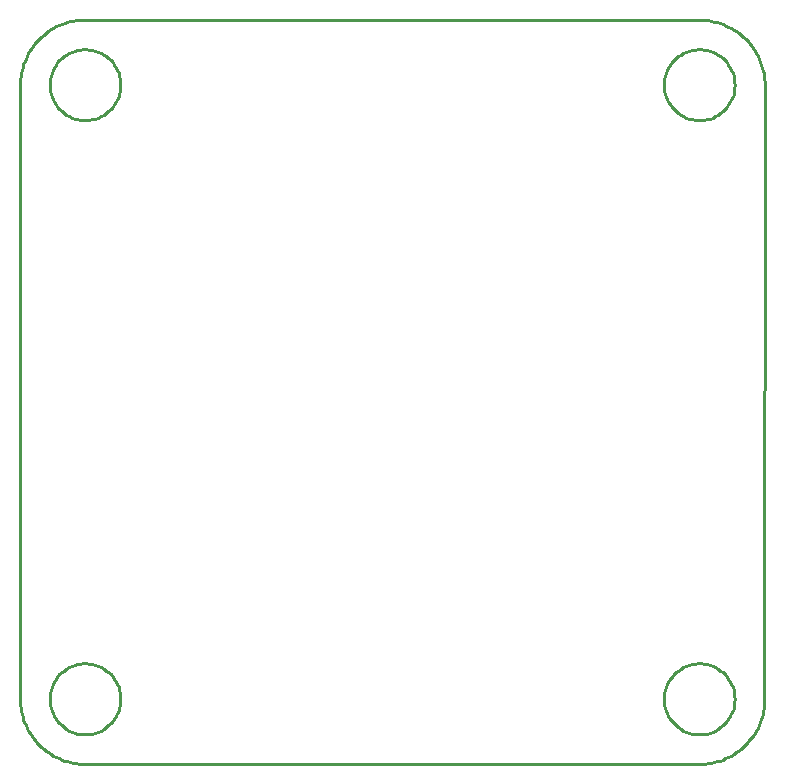
<source format=gm1>
%FSTAX23Y23*%
%MOIN*%
%SFA1B1*%

%IPPOS*%
%ADD13C,0.010000*%
%LNswimmingpool-1*%
%LPD*%
G54D13*
X05213Y03082D02*
X05212Y03092D01*
X05211Y03102*
X05209Y03112*
X05206Y03121*
X05202Y0313*
X05198Y03139*
X05192Y03148*
X05186Y03156*
X0518Y03163*
X05173Y0317*
X05165Y03177*
X05156Y03182*
X05148Y03187*
X05139Y03191*
X05129Y03195*
X05119Y03197*
X0511Y03199*
X051Y032*
X05089*
X0508Y03199*
X0507Y03197*
X0506Y03195*
X0505Y03191*
X05041Y03187*
X05033Y03182*
X05024Y03177*
X05016Y0317*
X05009Y03163*
X05003Y03156*
X04997Y03148*
X04991Y03139*
X04987Y0313*
X04983Y03121*
X0498Y03112*
X04978Y03102*
X04977Y03092*
X04976Y03082*
X04977Y03072*
X04978Y03062*
X0498Y03052*
X04983Y03042*
X04987Y03033*
X04991Y03024*
X04997Y03016*
X05003Y03008*
X05009Y03*
X05016Y02993*
X05024Y02987*
X05033Y02981*
X05041Y02976*
X0505Y02972*
X0506Y02969*
X0507Y02966*
X0508Y02965*
X05089Y02964*
X051*
X0511Y02965*
X05119Y02966*
X05129Y02969*
X05139Y02972*
X05148Y02976*
X05156Y02981*
X05165Y02987*
X05173Y02993*
X0518Y03*
X05186Y03008*
X05192Y03016*
X05198Y03024*
X05202Y03033*
X05206Y03042*
X05209Y03052*
X05211Y03062*
X05212Y03072*
X05213Y03082*
X05313Y03079D02*
X05313Y0309D01*
X05312Y031*
X05311Y0311*
X05309Y0312*
X05307Y03129*
X05305Y03139*
X05302Y03149*
X05298Y03158*
X05294Y03168*
X0529Y03177*
X05285Y03186*
X0528Y03195*
X05275Y03203*
X05269Y03211*
X05263Y03219*
X05256Y03227*
X05249Y03234*
X05242Y03241*
X05234Y03248*
X05226Y03254*
X05218Y0326*
X0521Y03265*
X05201Y0327*
X05192Y03275*
X05183Y03279*
X05173Y03283*
X05164Y03287*
X05154Y0329*
X05144Y03292*
X05135Y03294*
X05125Y03296*
X05115Y03297*
X05105Y03298*
X05094Y03298*
X03048Y03298D02*
X03038Y03298D01*
X03028Y03297*
X03018Y03296*
X03008Y03295*
X02998Y03293*
X02988Y0329*
X02979Y03287*
X02969Y03284*
X0296Y0328*
X02951Y03276*
X02942Y03271*
X02934Y03266*
X02925Y0326*
X02917Y03254*
X02909Y03248*
X02902Y03242*
X02894Y03235*
X02888Y03228*
X02881Y0322*
X02875Y03212*
X02869Y03204*
X02863Y03196*
X02858Y03187*
X02854Y03178*
X02849Y03169*
X02846Y0316*
X02842Y0315*
X02839Y03141*
X02837Y03131*
X02835Y03121*
X02833Y03112*
X02832Y03102*
X02831Y03092*
X02831Y03082*
X02831Y01034D02*
X02831Y01024D01*
X02832Y01014*
X02833Y01004*
X02834Y00994*
X02836Y00985*
X02839Y00975*
X02842Y00965*
X02845Y00956*
X02849Y00947*
X02853Y00938*
X02858Y00929*
X02863Y0092*
X02869Y00912*
X02874Y00904*
X02881Y00896*
X02887Y00888*
X02894Y00881*
X02901Y00874*
X02909Y00868*
X02917Y00862*
X02925Y00856*
X02933Y0085*
X02942Y00845*
X02951Y00841*
X0296Y00836*
X02969Y00832*
X02978Y00829*
X02988Y00826*
X02998Y00824*
X03007Y00822*
X03017Y0082*
X03027Y00819*
X03037Y00818*
X03047Y00818*
X05095Y00818D02*
X05105Y00818D01*
X05115Y00819*
X05124Y0082*
X05134Y00821*
X05144Y00823*
X05154Y00826*
X05163Y00829*
X05173Y00832*
X05182Y00836*
X05191Y0084*
X052Y00845*
X05209Y0085*
X05217Y00856*
X05225Y00861*
X05233Y00868*
X05241Y00874*
X05248Y00881*
X05255Y00888*
X05261Y00896*
X05268Y00904*
X05273Y00912*
X05279Y0092*
X05284Y00929*
X05289Y00938*
X05293Y00947*
X05297Y00956*
X053Y00966*
X05303Y00975*
X05306Y00985*
X05308Y00995*
X05309Y01005*
X0531Y01014*
X05311Y01024*
X05311Y01035*
X03165Y03082D02*
X03165Y03092D01*
X03164Y03102*
X03162Y03112*
X03159Y03121*
X03155Y0313*
X0315Y03139*
X03145Y03148*
X03139Y03156*
X03133Y03163*
X03125Y0317*
X03117Y03177*
X03109Y03182*
X031Y03187*
X03091Y03191*
X03082Y03195*
X03072Y03197*
X03062Y03199*
X03052Y032*
X03042*
X03032Y03199*
X03022Y03197*
X03013Y03195*
X03003Y03191*
X02994Y03187*
X02985Y03182*
X02977Y03177*
X02969Y0317*
X02962Y03163*
X02955Y03156*
X02949Y03148*
X02944Y03139*
X0294Y0313*
X02936Y03121*
X02933Y03112*
X02931Y03102*
X0293Y03092*
X02929Y03082*
X0293Y03072*
X02931Y03062*
X02933Y03052*
X02936Y03042*
X0294Y03033*
X02944Y03024*
X02949Y03016*
X02955Y03008*
X02962Y03*
X02969Y02993*
X02977Y02987*
X02985Y02981*
X02994Y02976*
X03003Y02972*
X03013Y02969*
X03022Y02966*
X03032Y02965*
X03042Y02964*
X03052*
X03062Y02965*
X03072Y02966*
X03082Y02969*
X03091Y02972*
X031Y02976*
X03109Y02981*
X03117Y02987*
X03125Y02993*
X03133Y03*
X03139Y03008*
X03145Y03016*
X0315Y03024*
X03155Y03033*
X03159Y03042*
X03162Y03052*
X03164Y03062*
X03165Y03072*
X03165Y03082*
Y01035D02*
X03165Y01045D01*
X03164Y01054*
X03162Y01064*
X03159Y01074*
X03155Y01083*
X0315Y01092*
X03145Y01101*
X03139Y01109*
X03133Y01116*
X03125Y01123*
X03117Y01129*
X03109Y01135*
X031Y0114*
X03091Y01144*
X03082Y01147*
X03072Y0115*
X03062Y01152*
X03052Y01153*
X03042*
X03032Y01152*
X03022Y0115*
X03013Y01147*
X03003Y01144*
X02994Y0114*
X02985Y01135*
X02977Y01129*
X02969Y01123*
X02962Y01116*
X02955Y01109*
X02949Y01101*
X02944Y01092*
X0294Y01083*
X02936Y01074*
X02933Y01064*
X02931Y01054*
X0293Y01045*
X02929Y01035*
X0293Y01024*
X02931Y01015*
X02933Y01005*
X02936Y00995*
X0294Y00986*
X02944Y00977*
X02949Y00968*
X02955Y0096*
X02962Y00953*
X02969Y00946*
X02977Y0094*
X02985Y00934*
X02994Y00929*
X03003Y00925*
X03013Y00922*
X03022Y00919*
X03032Y00917*
X03042Y00916*
X03052*
X03062Y00917*
X03072Y00919*
X03082Y00922*
X03091Y00925*
X031Y00929*
X03109Y00934*
X03117Y0094*
X03125Y00946*
X03133Y00953*
X03139Y0096*
X03145Y00968*
X0315Y00977*
X03155Y00986*
X03159Y00995*
X03162Y01005*
X03164Y01015*
X03165Y01024*
X03165Y01035*
X05213D02*
X05212Y01045D01*
X05211Y01054*
X05209Y01064*
X05206Y01074*
X05202Y01083*
X05198Y01092*
X05192Y01101*
X05186Y01109*
X0518Y01116*
X05173Y01123*
X05165Y01129*
X05156Y01135*
X05148Y0114*
X05139Y01144*
X05129Y01147*
X05119Y0115*
X0511Y01152*
X051Y01153*
X05089*
X0508Y01152*
X0507Y0115*
X0506Y01147*
X0505Y01144*
X05041Y0114*
X05033Y01135*
X05024Y01129*
X05016Y01123*
X05009Y01116*
X05003Y01109*
X04997Y01101*
X04991Y01092*
X04987Y01083*
X04983Y01074*
X0498Y01064*
X04978Y01054*
X04977Y01045*
X04976Y01035*
X04977Y01024*
X04978Y01015*
X0498Y01005*
X04983Y00995*
X04987Y00986*
X04991Y00977*
X04997Y00968*
X05003Y0096*
X05009Y00953*
X05016Y00946*
X05024Y0094*
X05033Y00934*
X05041Y00929*
X0505Y00925*
X0506Y00922*
X0507Y00919*
X0508Y00917*
X05089Y00916*
X051*
X0511Y00917*
X05119Y00919*
X05129Y00922*
X05139Y00925*
X05148Y00929*
X05156Y00934*
X05165Y0094*
X05173Y00946*
X0518Y00953*
X05186Y0096*
X05192Y00968*
X05198Y00977*
X05202Y00986*
X05206Y00995*
X05209Y01005*
X05211Y01015*
X05212Y01024*
X05213Y01035*
X05311D02*
X05313Y03079D01*
X03047Y00818D02*
X05095Y00818D01*
X02831Y01034D02*
X02831Y03082D01*
X03048Y03298D02*
X05094Y03298D01*
M02*
</source>
